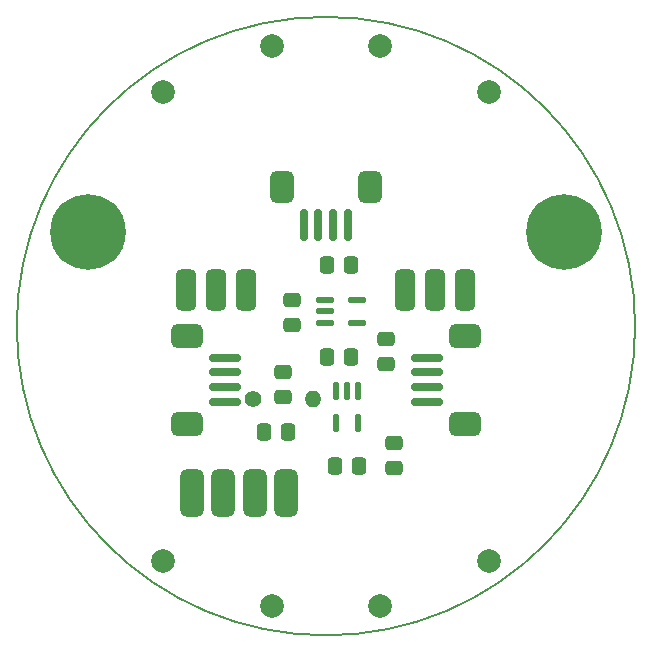
<source format=gbr>
%TF.GenerationSoftware,KiCad,Pcbnew,6.0.10-86aedd382b~118~ubuntu20.04.1*%
%TF.CreationDate,2023-01-12T10:33:16+01:00*%
%TF.ProjectId,thrust_controller,74687275-7374-45f6-936f-6e74726f6c6c,rev?*%
%TF.SameCoordinates,Original*%
%TF.FileFunction,Soldermask,Bot*%
%TF.FilePolarity,Negative*%
%FSLAX46Y46*%
G04 Gerber Fmt 4.6, Leading zero omitted, Abs format (unit mm)*
G04 Created by KiCad (PCBNEW 6.0.10-86aedd382b~118~ubuntu20.04.1) date 2023-01-12 10:33:16*
%MOMM*%
%LPD*%
G01*
G04 APERTURE LIST*
G04 Aperture macros list*
%AMRoundRect*
0 Rectangle with rounded corners*
0 $1 Rounding radius*
0 $2 $3 $4 $5 $6 $7 $8 $9 X,Y pos of 4 corners*
0 Add a 4 corners polygon primitive as box body*
4,1,4,$2,$3,$4,$5,$6,$7,$8,$9,$2,$3,0*
0 Add four circle primitives for the rounded corners*
1,1,$1+$1,$2,$3*
1,1,$1+$1,$4,$5*
1,1,$1+$1,$6,$7*
1,1,$1+$1,$8,$9*
0 Add four rect primitives between the rounded corners*
20,1,$1+$1,$2,$3,$4,$5,0*
20,1,$1+$1,$4,$5,$6,$7,0*
20,1,$1+$1,$6,$7,$8,$9,0*
20,1,$1+$1,$8,$9,$2,$3,0*%
G04 Aperture macros list end*
%TA.AperFunction,Profile*%
%ADD10C,0.200000*%
%TD*%
%ADD11C,6.400000*%
%ADD12C,1.400000*%
%ADD13O,1.400000X1.400000*%
%ADD14RoundRect,0.250000X0.475000X-0.337500X0.475000X0.337500X-0.475000X0.337500X-0.475000X-0.337500X0*%
%ADD15RoundRect,0.250000X-0.475000X0.337500X-0.475000X-0.337500X0.475000X-0.337500X0.475000X0.337500X0*%
%ADD16RoundRect,0.500000X-0.500000X-1.500000X0.500000X-1.500000X0.500000X1.500000X-0.500000X1.500000X0*%
%ADD17RoundRect,0.425000X0.425000X-1.325000X0.425000X1.325000X-0.425000X1.325000X-0.425000X-1.325000X0*%
%ADD18C,2.000000*%
%ADD19RoundRect,0.500000X0.500000X1.500000X-0.500000X1.500000X-0.500000X-1.500000X0.500000X-1.500000X0*%
%ADD20RoundRect,0.127000X-0.127000X0.623000X-0.127000X-0.623000X0.127000X-0.623000X0.127000X0.623000X0*%
%ADD21RoundRect,0.250000X-0.337500X-0.475000X0.337500X-0.475000X0.337500X0.475000X-0.337500X0.475000X0*%
%ADD22RoundRect,0.150000X-0.150000X-1.200000X0.150000X-1.200000X0.150000X1.200000X-0.150000X1.200000X0*%
%ADD23RoundRect,0.500000X-0.500000X-0.850000X0.500000X-0.850000X0.500000X0.850000X-0.500000X0.850000X0*%
%ADD24RoundRect,0.127000X-0.623000X-0.127000X0.623000X-0.127000X0.623000X0.127000X-0.623000X0.127000X0*%
%ADD25RoundRect,0.150000X1.200000X-0.150000X1.200000X0.150000X-1.200000X0.150000X-1.200000X-0.150000X0*%
%ADD26RoundRect,0.500000X0.850000X-0.500000X0.850000X0.500000X-0.850000X0.500000X-0.850000X-0.500000X0*%
%ADD27RoundRect,0.150000X-1.200000X0.150000X-1.200000X-0.150000X1.200000X-0.150000X1.200000X0.150000X0*%
%ADD28RoundRect,0.500000X-0.850000X0.500000X-0.850000X-0.500000X0.850000X-0.500000X0.850000X0.500000X0*%
%ADD29RoundRect,0.250000X0.337500X0.475000X-0.337500X0.475000X-0.337500X-0.475000X0.337500X-0.475000X0*%
G04 APERTURE END LIST*
D10*
X169350000Y-83700000D02*
G75*
G03*
X169350000Y-83700000I-26180000J0D01*
G01*
D11*
%TO.C,H2*%
X163300000Y-75700000D03*
%TD*%
D12*
%TO.C,R6*%
X137020000Y-89850000D03*
D13*
X142100000Y-89850000D03*
%TD*%
D11*
%TO.C,H1*%
X123040000Y-75700000D03*
%TD*%
D14*
%TO.C,C13*%
X140260000Y-83587500D03*
X140260000Y-81512500D03*
%TD*%
D15*
%TO.C,C14*%
X148260000Y-84812500D03*
X148260000Y-86887500D03*
%TD*%
D16*
%TO.C,J2*%
X139793334Y-97850000D03*
%TD*%
D17*
%TO.C,J8*%
X154985000Y-80625000D03*
X152445000Y-80625000D03*
X149905000Y-80625000D03*
%TD*%
D18*
%TO.C,TP6*%
X129370000Y-103560000D03*
%TD*%
D19*
%TO.C,J5*%
X131793334Y-97850000D03*
%TD*%
D20*
%TO.C,U1*%
X144009999Y-89187549D03*
X144960000Y-89187549D03*
X145910001Y-89187549D03*
X145910001Y-91912451D03*
X144009999Y-91912451D03*
%TD*%
D18*
%TO.C,TP1*%
X138570000Y-107440000D03*
%TD*%
%TO.C,TP7*%
X147770000Y-59960000D03*
%TD*%
D21*
%TO.C,C4*%
X143922500Y-95550000D03*
X145997500Y-95550000D03*
%TD*%
D17*
%TO.C,J1*%
X136385000Y-80625000D03*
X133845000Y-80625000D03*
X131305000Y-80625000D03*
%TD*%
D22*
%TO.C,J6*%
X141285000Y-75100000D03*
X142535000Y-75100000D03*
X143785000Y-75100000D03*
X145035000Y-75100000D03*
D23*
X139435000Y-71900000D03*
X146885000Y-71900000D03*
%TD*%
D24*
%TO.C,U4*%
X143097549Y-83400001D03*
X143097549Y-82450000D03*
X143097549Y-81499999D03*
X145822451Y-81499999D03*
X145822451Y-83400001D03*
%TD*%
D19*
%TO.C,J3*%
X137126666Y-97850000D03*
%TD*%
D18*
%TO.C,TP5*%
X138570000Y-59960000D03*
%TD*%
D25*
%TO.C,J7*%
X134610000Y-90125000D03*
X134610000Y-88875000D03*
X134610000Y-87625000D03*
X134610000Y-86375000D03*
D26*
X131410000Y-84525000D03*
X131410000Y-91975000D03*
%TD*%
D18*
%TO.C,TP4*%
X156970000Y-103560000D03*
%TD*%
D27*
%TO.C,J9*%
X151710000Y-86375000D03*
X151710000Y-87625000D03*
X151710000Y-88875000D03*
X151710000Y-90125000D03*
D28*
X154910000Y-84525000D03*
X154910000Y-91975000D03*
%TD*%
D21*
%TO.C,C3*%
X143222500Y-86350000D03*
X145297500Y-86350000D03*
%TD*%
D18*
%TO.C,TP3*%
X147770000Y-107440000D03*
%TD*%
D15*
%TO.C,C7*%
X139560000Y-87612500D03*
X139560000Y-89687500D03*
%TD*%
D29*
%TO.C,C5*%
X139997500Y-92650000D03*
X137922500Y-92650000D03*
%TD*%
D19*
%TO.C,J4*%
X134460000Y-97850000D03*
%TD*%
D18*
%TO.C,TP2*%
X156970000Y-63840000D03*
%TD*%
D29*
%TO.C,C16*%
X145297500Y-78550000D03*
X143222500Y-78550000D03*
%TD*%
D18*
%TO.C,TP8*%
X129370000Y-63840000D03*
%TD*%
D15*
%TO.C,C9*%
X148960000Y-93612500D03*
X148960000Y-95687500D03*
%TD*%
M02*

</source>
